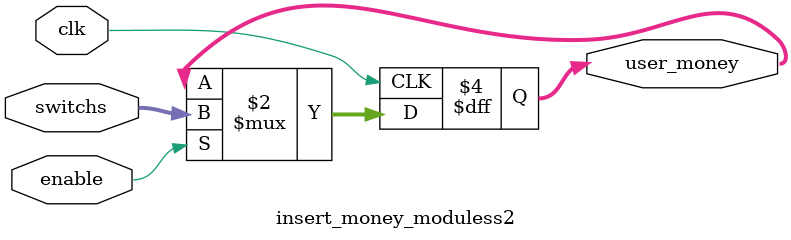
<source format=v>
`timescale 1ns / 1ps


module insert_money_moduless2(
    input clk,
    input [7:0] switchs,
    input enable,
    output reg [7:0] user_money
    );

    always@(posedge clk)begin
    if(enable) begin
        user_money <= switchs;
    end
    end
endmodule

</source>
